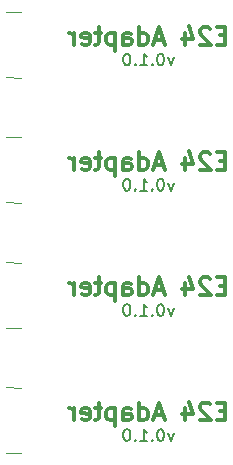
<source format=gbo>
G04 #@! TF.GenerationSoftware,KiCad,Pcbnew,8.0.8*
G04 #@! TF.CreationDate,2025-02-16T13:22:27-05:00*
G04 #@! TF.ProjectId,panel,70616e65-6c2e-46b6-9963-61645f706362,v0.1.0*
G04 #@! TF.SameCoordinates,Original*
G04 #@! TF.FileFunction,Legend,Bot*
G04 #@! TF.FilePolarity,Positive*
%FSLAX46Y46*%
G04 Gerber Fmt 4.6, Leading zero omitted, Abs format (unit mm)*
G04 Created by KiCad (PCBNEW 8.0.8) date 2025-02-16 13:22:27*
%MOMM*%
%LPD*%
G01*
G04 APERTURE LIST*
%ADD10C,0.200000*%
%ADD11C,0.300000*%
%ADD12C,0.100000*%
G04 APERTURE END LIST*
D10*
X23342856Y-34585552D02*
X23104761Y-35252219D01*
X23104761Y-35252219D02*
X22866666Y-34585552D01*
X22295237Y-34252219D02*
X22199999Y-34252219D01*
X22199999Y-34252219D02*
X22104761Y-34299838D01*
X22104761Y-34299838D02*
X22057142Y-34347457D01*
X22057142Y-34347457D02*
X22009523Y-34442695D01*
X22009523Y-34442695D02*
X21961904Y-34633171D01*
X21961904Y-34633171D02*
X21961904Y-34871266D01*
X21961904Y-34871266D02*
X22009523Y-35061742D01*
X22009523Y-35061742D02*
X22057142Y-35156980D01*
X22057142Y-35156980D02*
X22104761Y-35204600D01*
X22104761Y-35204600D02*
X22199999Y-35252219D01*
X22199999Y-35252219D02*
X22295237Y-35252219D01*
X22295237Y-35252219D02*
X22390475Y-35204600D01*
X22390475Y-35204600D02*
X22438094Y-35156980D01*
X22438094Y-35156980D02*
X22485713Y-35061742D01*
X22485713Y-35061742D02*
X22533332Y-34871266D01*
X22533332Y-34871266D02*
X22533332Y-34633171D01*
X22533332Y-34633171D02*
X22485713Y-34442695D01*
X22485713Y-34442695D02*
X22438094Y-34347457D01*
X22438094Y-34347457D02*
X22390475Y-34299838D01*
X22390475Y-34299838D02*
X22295237Y-34252219D01*
X21533332Y-35156980D02*
X21485713Y-35204600D01*
X21485713Y-35204600D02*
X21533332Y-35252219D01*
X21533332Y-35252219D02*
X21580951Y-35204600D01*
X21580951Y-35204600D02*
X21533332Y-35156980D01*
X21533332Y-35156980D02*
X21533332Y-35252219D01*
X20533333Y-35252219D02*
X21104761Y-35252219D01*
X20819047Y-35252219D02*
X20819047Y-34252219D01*
X20819047Y-34252219D02*
X20914285Y-34395076D01*
X20914285Y-34395076D02*
X21009523Y-34490314D01*
X21009523Y-34490314D02*
X21104761Y-34537933D01*
X20104761Y-35156980D02*
X20057142Y-35204600D01*
X20057142Y-35204600D02*
X20104761Y-35252219D01*
X20104761Y-35252219D02*
X20152380Y-35204600D01*
X20152380Y-35204600D02*
X20104761Y-35156980D01*
X20104761Y-35156980D02*
X20104761Y-35252219D01*
X19438095Y-34252219D02*
X19342857Y-34252219D01*
X19342857Y-34252219D02*
X19247619Y-34299838D01*
X19247619Y-34299838D02*
X19200000Y-34347457D01*
X19200000Y-34347457D02*
X19152381Y-34442695D01*
X19152381Y-34442695D02*
X19104762Y-34633171D01*
X19104762Y-34633171D02*
X19104762Y-34871266D01*
X19104762Y-34871266D02*
X19152381Y-35061742D01*
X19152381Y-35061742D02*
X19200000Y-35156980D01*
X19200000Y-35156980D02*
X19247619Y-35204600D01*
X19247619Y-35204600D02*
X19342857Y-35252219D01*
X19342857Y-35252219D02*
X19438095Y-35252219D01*
X19438095Y-35252219D02*
X19533333Y-35204600D01*
X19533333Y-35204600D02*
X19580952Y-35156980D01*
X19580952Y-35156980D02*
X19628571Y-35061742D01*
X19628571Y-35061742D02*
X19676190Y-34871266D01*
X19676190Y-34871266D02*
X19676190Y-34633171D01*
X19676190Y-34633171D02*
X19628571Y-34442695D01*
X19628571Y-34442695D02*
X19580952Y-34347457D01*
X19580952Y-34347457D02*
X19533333Y-34299838D01*
X19533333Y-34299838D02*
X19438095Y-34252219D01*
X23342856Y-13385552D02*
X23104761Y-14052219D01*
X23104761Y-14052219D02*
X22866666Y-13385552D01*
X22295237Y-13052219D02*
X22199999Y-13052219D01*
X22199999Y-13052219D02*
X22104761Y-13099838D01*
X22104761Y-13099838D02*
X22057142Y-13147457D01*
X22057142Y-13147457D02*
X22009523Y-13242695D01*
X22009523Y-13242695D02*
X21961904Y-13433171D01*
X21961904Y-13433171D02*
X21961904Y-13671266D01*
X21961904Y-13671266D02*
X22009523Y-13861742D01*
X22009523Y-13861742D02*
X22057142Y-13956980D01*
X22057142Y-13956980D02*
X22104761Y-14004600D01*
X22104761Y-14004600D02*
X22199999Y-14052219D01*
X22199999Y-14052219D02*
X22295237Y-14052219D01*
X22295237Y-14052219D02*
X22390475Y-14004600D01*
X22390475Y-14004600D02*
X22438094Y-13956980D01*
X22438094Y-13956980D02*
X22485713Y-13861742D01*
X22485713Y-13861742D02*
X22533332Y-13671266D01*
X22533332Y-13671266D02*
X22533332Y-13433171D01*
X22533332Y-13433171D02*
X22485713Y-13242695D01*
X22485713Y-13242695D02*
X22438094Y-13147457D01*
X22438094Y-13147457D02*
X22390475Y-13099838D01*
X22390475Y-13099838D02*
X22295237Y-13052219D01*
X21533332Y-13956980D02*
X21485713Y-14004600D01*
X21485713Y-14004600D02*
X21533332Y-14052219D01*
X21533332Y-14052219D02*
X21580951Y-14004600D01*
X21580951Y-14004600D02*
X21533332Y-13956980D01*
X21533332Y-13956980D02*
X21533332Y-14052219D01*
X20533333Y-14052219D02*
X21104761Y-14052219D01*
X20819047Y-14052219D02*
X20819047Y-13052219D01*
X20819047Y-13052219D02*
X20914285Y-13195076D01*
X20914285Y-13195076D02*
X21009523Y-13290314D01*
X21009523Y-13290314D02*
X21104761Y-13337933D01*
X20104761Y-13956980D02*
X20057142Y-14004600D01*
X20057142Y-14004600D02*
X20104761Y-14052219D01*
X20104761Y-14052219D02*
X20152380Y-14004600D01*
X20152380Y-14004600D02*
X20104761Y-13956980D01*
X20104761Y-13956980D02*
X20104761Y-14052219D01*
X19438095Y-13052219D02*
X19342857Y-13052219D01*
X19342857Y-13052219D02*
X19247619Y-13099838D01*
X19247619Y-13099838D02*
X19200000Y-13147457D01*
X19200000Y-13147457D02*
X19152381Y-13242695D01*
X19152381Y-13242695D02*
X19104762Y-13433171D01*
X19104762Y-13433171D02*
X19104762Y-13671266D01*
X19104762Y-13671266D02*
X19152381Y-13861742D01*
X19152381Y-13861742D02*
X19200000Y-13956980D01*
X19200000Y-13956980D02*
X19247619Y-14004600D01*
X19247619Y-14004600D02*
X19342857Y-14052219D01*
X19342857Y-14052219D02*
X19438095Y-14052219D01*
X19438095Y-14052219D02*
X19533333Y-14004600D01*
X19533333Y-14004600D02*
X19580952Y-13956980D01*
X19580952Y-13956980D02*
X19628571Y-13861742D01*
X19628571Y-13861742D02*
X19676190Y-13671266D01*
X19676190Y-13671266D02*
X19676190Y-13433171D01*
X19676190Y-13433171D02*
X19628571Y-13242695D01*
X19628571Y-13242695D02*
X19580952Y-13147457D01*
X19580952Y-13147457D02*
X19533333Y-13099838D01*
X19533333Y-13099838D02*
X19438095Y-13052219D01*
D11*
X27735713Y-11515114D02*
X27235713Y-11515114D01*
X27021427Y-12300828D02*
X27735713Y-12300828D01*
X27735713Y-12300828D02*
X27735713Y-10800828D01*
X27735713Y-10800828D02*
X27021427Y-10800828D01*
X26449998Y-10943685D02*
X26378570Y-10872257D01*
X26378570Y-10872257D02*
X26235713Y-10800828D01*
X26235713Y-10800828D02*
X25878570Y-10800828D01*
X25878570Y-10800828D02*
X25735713Y-10872257D01*
X25735713Y-10872257D02*
X25664284Y-10943685D01*
X25664284Y-10943685D02*
X25592855Y-11086542D01*
X25592855Y-11086542D02*
X25592855Y-11229400D01*
X25592855Y-11229400D02*
X25664284Y-11443685D01*
X25664284Y-11443685D02*
X26521427Y-12300828D01*
X26521427Y-12300828D02*
X25592855Y-12300828D01*
X24307142Y-11300828D02*
X24307142Y-12300828D01*
X24664284Y-10729400D02*
X25021427Y-11800828D01*
X25021427Y-11800828D02*
X24092856Y-11800828D01*
X22449999Y-11872257D02*
X21735714Y-11872257D01*
X22592856Y-12300828D02*
X22092856Y-10800828D01*
X22092856Y-10800828D02*
X21592856Y-12300828D01*
X20450000Y-12300828D02*
X20450000Y-10800828D01*
X20450000Y-12229400D02*
X20592857Y-12300828D01*
X20592857Y-12300828D02*
X20878571Y-12300828D01*
X20878571Y-12300828D02*
X21021428Y-12229400D01*
X21021428Y-12229400D02*
X21092857Y-12157971D01*
X21092857Y-12157971D02*
X21164285Y-12015114D01*
X21164285Y-12015114D02*
X21164285Y-11586542D01*
X21164285Y-11586542D02*
X21092857Y-11443685D01*
X21092857Y-11443685D02*
X21021428Y-11372257D01*
X21021428Y-11372257D02*
X20878571Y-11300828D01*
X20878571Y-11300828D02*
X20592857Y-11300828D01*
X20592857Y-11300828D02*
X20450000Y-11372257D01*
X19092857Y-12300828D02*
X19092857Y-11515114D01*
X19092857Y-11515114D02*
X19164285Y-11372257D01*
X19164285Y-11372257D02*
X19307142Y-11300828D01*
X19307142Y-11300828D02*
X19592857Y-11300828D01*
X19592857Y-11300828D02*
X19735714Y-11372257D01*
X19092857Y-12229400D02*
X19235714Y-12300828D01*
X19235714Y-12300828D02*
X19592857Y-12300828D01*
X19592857Y-12300828D02*
X19735714Y-12229400D01*
X19735714Y-12229400D02*
X19807142Y-12086542D01*
X19807142Y-12086542D02*
X19807142Y-11943685D01*
X19807142Y-11943685D02*
X19735714Y-11800828D01*
X19735714Y-11800828D02*
X19592857Y-11729400D01*
X19592857Y-11729400D02*
X19235714Y-11729400D01*
X19235714Y-11729400D02*
X19092857Y-11657971D01*
X18378571Y-11300828D02*
X18378571Y-12800828D01*
X18378571Y-11372257D02*
X18235714Y-11300828D01*
X18235714Y-11300828D02*
X17949999Y-11300828D01*
X17949999Y-11300828D02*
X17807142Y-11372257D01*
X17807142Y-11372257D02*
X17735714Y-11443685D01*
X17735714Y-11443685D02*
X17664285Y-11586542D01*
X17664285Y-11586542D02*
X17664285Y-12015114D01*
X17664285Y-12015114D02*
X17735714Y-12157971D01*
X17735714Y-12157971D02*
X17807142Y-12229400D01*
X17807142Y-12229400D02*
X17949999Y-12300828D01*
X17949999Y-12300828D02*
X18235714Y-12300828D01*
X18235714Y-12300828D02*
X18378571Y-12229400D01*
X17235713Y-11300828D02*
X16664285Y-11300828D01*
X17021428Y-10800828D02*
X17021428Y-12086542D01*
X17021428Y-12086542D02*
X16949999Y-12229400D01*
X16949999Y-12229400D02*
X16807142Y-12300828D01*
X16807142Y-12300828D02*
X16664285Y-12300828D01*
X15592856Y-12229400D02*
X15735713Y-12300828D01*
X15735713Y-12300828D02*
X16021428Y-12300828D01*
X16021428Y-12300828D02*
X16164285Y-12229400D01*
X16164285Y-12229400D02*
X16235713Y-12086542D01*
X16235713Y-12086542D02*
X16235713Y-11515114D01*
X16235713Y-11515114D02*
X16164285Y-11372257D01*
X16164285Y-11372257D02*
X16021428Y-11300828D01*
X16021428Y-11300828D02*
X15735713Y-11300828D01*
X15735713Y-11300828D02*
X15592856Y-11372257D01*
X15592856Y-11372257D02*
X15521428Y-11515114D01*
X15521428Y-11515114D02*
X15521428Y-11657971D01*
X15521428Y-11657971D02*
X16235713Y-11800828D01*
X14878571Y-12300828D02*
X14878571Y-11300828D01*
X14878571Y-11586542D02*
X14807142Y-11443685D01*
X14807142Y-11443685D02*
X14735714Y-11372257D01*
X14735714Y-11372257D02*
X14592856Y-11300828D01*
X14592856Y-11300828D02*
X14449999Y-11300828D01*
D10*
X23342856Y-45185552D02*
X23104761Y-45852219D01*
X23104761Y-45852219D02*
X22866666Y-45185552D01*
X22295237Y-44852219D02*
X22199999Y-44852219D01*
X22199999Y-44852219D02*
X22104761Y-44899838D01*
X22104761Y-44899838D02*
X22057142Y-44947457D01*
X22057142Y-44947457D02*
X22009523Y-45042695D01*
X22009523Y-45042695D02*
X21961904Y-45233171D01*
X21961904Y-45233171D02*
X21961904Y-45471266D01*
X21961904Y-45471266D02*
X22009523Y-45661742D01*
X22009523Y-45661742D02*
X22057142Y-45756980D01*
X22057142Y-45756980D02*
X22104761Y-45804600D01*
X22104761Y-45804600D02*
X22199999Y-45852219D01*
X22199999Y-45852219D02*
X22295237Y-45852219D01*
X22295237Y-45852219D02*
X22390475Y-45804600D01*
X22390475Y-45804600D02*
X22438094Y-45756980D01*
X22438094Y-45756980D02*
X22485713Y-45661742D01*
X22485713Y-45661742D02*
X22533332Y-45471266D01*
X22533332Y-45471266D02*
X22533332Y-45233171D01*
X22533332Y-45233171D02*
X22485713Y-45042695D01*
X22485713Y-45042695D02*
X22438094Y-44947457D01*
X22438094Y-44947457D02*
X22390475Y-44899838D01*
X22390475Y-44899838D02*
X22295237Y-44852219D01*
X21533332Y-45756980D02*
X21485713Y-45804600D01*
X21485713Y-45804600D02*
X21533332Y-45852219D01*
X21533332Y-45852219D02*
X21580951Y-45804600D01*
X21580951Y-45804600D02*
X21533332Y-45756980D01*
X21533332Y-45756980D02*
X21533332Y-45852219D01*
X20533333Y-45852219D02*
X21104761Y-45852219D01*
X20819047Y-45852219D02*
X20819047Y-44852219D01*
X20819047Y-44852219D02*
X20914285Y-44995076D01*
X20914285Y-44995076D02*
X21009523Y-45090314D01*
X21009523Y-45090314D02*
X21104761Y-45137933D01*
X20104761Y-45756980D02*
X20057142Y-45804600D01*
X20057142Y-45804600D02*
X20104761Y-45852219D01*
X20104761Y-45852219D02*
X20152380Y-45804600D01*
X20152380Y-45804600D02*
X20104761Y-45756980D01*
X20104761Y-45756980D02*
X20104761Y-45852219D01*
X19438095Y-44852219D02*
X19342857Y-44852219D01*
X19342857Y-44852219D02*
X19247619Y-44899838D01*
X19247619Y-44899838D02*
X19200000Y-44947457D01*
X19200000Y-44947457D02*
X19152381Y-45042695D01*
X19152381Y-45042695D02*
X19104762Y-45233171D01*
X19104762Y-45233171D02*
X19104762Y-45471266D01*
X19104762Y-45471266D02*
X19152381Y-45661742D01*
X19152381Y-45661742D02*
X19200000Y-45756980D01*
X19200000Y-45756980D02*
X19247619Y-45804600D01*
X19247619Y-45804600D02*
X19342857Y-45852219D01*
X19342857Y-45852219D02*
X19438095Y-45852219D01*
X19438095Y-45852219D02*
X19533333Y-45804600D01*
X19533333Y-45804600D02*
X19580952Y-45756980D01*
X19580952Y-45756980D02*
X19628571Y-45661742D01*
X19628571Y-45661742D02*
X19676190Y-45471266D01*
X19676190Y-45471266D02*
X19676190Y-45233171D01*
X19676190Y-45233171D02*
X19628571Y-45042695D01*
X19628571Y-45042695D02*
X19580952Y-44947457D01*
X19580952Y-44947457D02*
X19533333Y-44899838D01*
X19533333Y-44899838D02*
X19438095Y-44852219D01*
X23342856Y-23985552D02*
X23104761Y-24652219D01*
X23104761Y-24652219D02*
X22866666Y-23985552D01*
X22295237Y-23652219D02*
X22199999Y-23652219D01*
X22199999Y-23652219D02*
X22104761Y-23699838D01*
X22104761Y-23699838D02*
X22057142Y-23747457D01*
X22057142Y-23747457D02*
X22009523Y-23842695D01*
X22009523Y-23842695D02*
X21961904Y-24033171D01*
X21961904Y-24033171D02*
X21961904Y-24271266D01*
X21961904Y-24271266D02*
X22009523Y-24461742D01*
X22009523Y-24461742D02*
X22057142Y-24556980D01*
X22057142Y-24556980D02*
X22104761Y-24604600D01*
X22104761Y-24604600D02*
X22199999Y-24652219D01*
X22199999Y-24652219D02*
X22295237Y-24652219D01*
X22295237Y-24652219D02*
X22390475Y-24604600D01*
X22390475Y-24604600D02*
X22438094Y-24556980D01*
X22438094Y-24556980D02*
X22485713Y-24461742D01*
X22485713Y-24461742D02*
X22533332Y-24271266D01*
X22533332Y-24271266D02*
X22533332Y-24033171D01*
X22533332Y-24033171D02*
X22485713Y-23842695D01*
X22485713Y-23842695D02*
X22438094Y-23747457D01*
X22438094Y-23747457D02*
X22390475Y-23699838D01*
X22390475Y-23699838D02*
X22295237Y-23652219D01*
X21533332Y-24556980D02*
X21485713Y-24604600D01*
X21485713Y-24604600D02*
X21533332Y-24652219D01*
X21533332Y-24652219D02*
X21580951Y-24604600D01*
X21580951Y-24604600D02*
X21533332Y-24556980D01*
X21533332Y-24556980D02*
X21533332Y-24652219D01*
X20533333Y-24652219D02*
X21104761Y-24652219D01*
X20819047Y-24652219D02*
X20819047Y-23652219D01*
X20819047Y-23652219D02*
X20914285Y-23795076D01*
X20914285Y-23795076D02*
X21009523Y-23890314D01*
X21009523Y-23890314D02*
X21104761Y-23937933D01*
X20104761Y-24556980D02*
X20057142Y-24604600D01*
X20057142Y-24604600D02*
X20104761Y-24652219D01*
X20104761Y-24652219D02*
X20152380Y-24604600D01*
X20152380Y-24604600D02*
X20104761Y-24556980D01*
X20104761Y-24556980D02*
X20104761Y-24652219D01*
X19438095Y-23652219D02*
X19342857Y-23652219D01*
X19342857Y-23652219D02*
X19247619Y-23699838D01*
X19247619Y-23699838D02*
X19200000Y-23747457D01*
X19200000Y-23747457D02*
X19152381Y-23842695D01*
X19152381Y-23842695D02*
X19104762Y-24033171D01*
X19104762Y-24033171D02*
X19104762Y-24271266D01*
X19104762Y-24271266D02*
X19152381Y-24461742D01*
X19152381Y-24461742D02*
X19200000Y-24556980D01*
X19200000Y-24556980D02*
X19247619Y-24604600D01*
X19247619Y-24604600D02*
X19342857Y-24652219D01*
X19342857Y-24652219D02*
X19438095Y-24652219D01*
X19438095Y-24652219D02*
X19533333Y-24604600D01*
X19533333Y-24604600D02*
X19580952Y-24556980D01*
X19580952Y-24556980D02*
X19628571Y-24461742D01*
X19628571Y-24461742D02*
X19676190Y-24271266D01*
X19676190Y-24271266D02*
X19676190Y-24033171D01*
X19676190Y-24033171D02*
X19628571Y-23842695D01*
X19628571Y-23842695D02*
X19580952Y-23747457D01*
X19580952Y-23747457D02*
X19533333Y-23699838D01*
X19533333Y-23699838D02*
X19438095Y-23652219D01*
D11*
X27735713Y-22115114D02*
X27235713Y-22115114D01*
X27021427Y-22900828D02*
X27735713Y-22900828D01*
X27735713Y-22900828D02*
X27735713Y-21400828D01*
X27735713Y-21400828D02*
X27021427Y-21400828D01*
X26449998Y-21543685D02*
X26378570Y-21472257D01*
X26378570Y-21472257D02*
X26235713Y-21400828D01*
X26235713Y-21400828D02*
X25878570Y-21400828D01*
X25878570Y-21400828D02*
X25735713Y-21472257D01*
X25735713Y-21472257D02*
X25664284Y-21543685D01*
X25664284Y-21543685D02*
X25592855Y-21686542D01*
X25592855Y-21686542D02*
X25592855Y-21829400D01*
X25592855Y-21829400D02*
X25664284Y-22043685D01*
X25664284Y-22043685D02*
X26521427Y-22900828D01*
X26521427Y-22900828D02*
X25592855Y-22900828D01*
X24307142Y-21900828D02*
X24307142Y-22900828D01*
X24664284Y-21329400D02*
X25021427Y-22400828D01*
X25021427Y-22400828D02*
X24092856Y-22400828D01*
X22449999Y-22472257D02*
X21735714Y-22472257D01*
X22592856Y-22900828D02*
X22092856Y-21400828D01*
X22092856Y-21400828D02*
X21592856Y-22900828D01*
X20450000Y-22900828D02*
X20450000Y-21400828D01*
X20450000Y-22829400D02*
X20592857Y-22900828D01*
X20592857Y-22900828D02*
X20878571Y-22900828D01*
X20878571Y-22900828D02*
X21021428Y-22829400D01*
X21021428Y-22829400D02*
X21092857Y-22757971D01*
X21092857Y-22757971D02*
X21164285Y-22615114D01*
X21164285Y-22615114D02*
X21164285Y-22186542D01*
X21164285Y-22186542D02*
X21092857Y-22043685D01*
X21092857Y-22043685D02*
X21021428Y-21972257D01*
X21021428Y-21972257D02*
X20878571Y-21900828D01*
X20878571Y-21900828D02*
X20592857Y-21900828D01*
X20592857Y-21900828D02*
X20450000Y-21972257D01*
X19092857Y-22900828D02*
X19092857Y-22115114D01*
X19092857Y-22115114D02*
X19164285Y-21972257D01*
X19164285Y-21972257D02*
X19307142Y-21900828D01*
X19307142Y-21900828D02*
X19592857Y-21900828D01*
X19592857Y-21900828D02*
X19735714Y-21972257D01*
X19092857Y-22829400D02*
X19235714Y-22900828D01*
X19235714Y-22900828D02*
X19592857Y-22900828D01*
X19592857Y-22900828D02*
X19735714Y-22829400D01*
X19735714Y-22829400D02*
X19807142Y-22686542D01*
X19807142Y-22686542D02*
X19807142Y-22543685D01*
X19807142Y-22543685D02*
X19735714Y-22400828D01*
X19735714Y-22400828D02*
X19592857Y-22329400D01*
X19592857Y-22329400D02*
X19235714Y-22329400D01*
X19235714Y-22329400D02*
X19092857Y-22257971D01*
X18378571Y-21900828D02*
X18378571Y-23400828D01*
X18378571Y-21972257D02*
X18235714Y-21900828D01*
X18235714Y-21900828D02*
X17949999Y-21900828D01*
X17949999Y-21900828D02*
X17807142Y-21972257D01*
X17807142Y-21972257D02*
X17735714Y-22043685D01*
X17735714Y-22043685D02*
X17664285Y-22186542D01*
X17664285Y-22186542D02*
X17664285Y-22615114D01*
X17664285Y-22615114D02*
X17735714Y-22757971D01*
X17735714Y-22757971D02*
X17807142Y-22829400D01*
X17807142Y-22829400D02*
X17949999Y-22900828D01*
X17949999Y-22900828D02*
X18235714Y-22900828D01*
X18235714Y-22900828D02*
X18378571Y-22829400D01*
X17235713Y-21900828D02*
X16664285Y-21900828D01*
X17021428Y-21400828D02*
X17021428Y-22686542D01*
X17021428Y-22686542D02*
X16949999Y-22829400D01*
X16949999Y-22829400D02*
X16807142Y-22900828D01*
X16807142Y-22900828D02*
X16664285Y-22900828D01*
X15592856Y-22829400D02*
X15735713Y-22900828D01*
X15735713Y-22900828D02*
X16021428Y-22900828D01*
X16021428Y-22900828D02*
X16164285Y-22829400D01*
X16164285Y-22829400D02*
X16235713Y-22686542D01*
X16235713Y-22686542D02*
X16235713Y-22115114D01*
X16235713Y-22115114D02*
X16164285Y-21972257D01*
X16164285Y-21972257D02*
X16021428Y-21900828D01*
X16021428Y-21900828D02*
X15735713Y-21900828D01*
X15735713Y-21900828D02*
X15592856Y-21972257D01*
X15592856Y-21972257D02*
X15521428Y-22115114D01*
X15521428Y-22115114D02*
X15521428Y-22257971D01*
X15521428Y-22257971D02*
X16235713Y-22400828D01*
X14878571Y-22900828D02*
X14878571Y-21900828D01*
X14878571Y-22186542D02*
X14807142Y-22043685D01*
X14807142Y-22043685D02*
X14735714Y-21972257D01*
X14735714Y-21972257D02*
X14592856Y-21900828D01*
X14592856Y-21900828D02*
X14449999Y-21900828D01*
X27735713Y-32715114D02*
X27235713Y-32715114D01*
X27021427Y-33500828D02*
X27735713Y-33500828D01*
X27735713Y-33500828D02*
X27735713Y-32000828D01*
X27735713Y-32000828D02*
X27021427Y-32000828D01*
X26449998Y-32143685D02*
X26378570Y-32072257D01*
X26378570Y-32072257D02*
X26235713Y-32000828D01*
X26235713Y-32000828D02*
X25878570Y-32000828D01*
X25878570Y-32000828D02*
X25735713Y-32072257D01*
X25735713Y-32072257D02*
X25664284Y-32143685D01*
X25664284Y-32143685D02*
X25592855Y-32286542D01*
X25592855Y-32286542D02*
X25592855Y-32429400D01*
X25592855Y-32429400D02*
X25664284Y-32643685D01*
X25664284Y-32643685D02*
X26521427Y-33500828D01*
X26521427Y-33500828D02*
X25592855Y-33500828D01*
X24307142Y-32500828D02*
X24307142Y-33500828D01*
X24664284Y-31929400D02*
X25021427Y-33000828D01*
X25021427Y-33000828D02*
X24092856Y-33000828D01*
X22449999Y-33072257D02*
X21735714Y-33072257D01*
X22592856Y-33500828D02*
X22092856Y-32000828D01*
X22092856Y-32000828D02*
X21592856Y-33500828D01*
X20450000Y-33500828D02*
X20450000Y-32000828D01*
X20450000Y-33429400D02*
X20592857Y-33500828D01*
X20592857Y-33500828D02*
X20878571Y-33500828D01*
X20878571Y-33500828D02*
X21021428Y-33429400D01*
X21021428Y-33429400D02*
X21092857Y-33357971D01*
X21092857Y-33357971D02*
X21164285Y-33215114D01*
X21164285Y-33215114D02*
X21164285Y-32786542D01*
X21164285Y-32786542D02*
X21092857Y-32643685D01*
X21092857Y-32643685D02*
X21021428Y-32572257D01*
X21021428Y-32572257D02*
X20878571Y-32500828D01*
X20878571Y-32500828D02*
X20592857Y-32500828D01*
X20592857Y-32500828D02*
X20450000Y-32572257D01*
X19092857Y-33500828D02*
X19092857Y-32715114D01*
X19092857Y-32715114D02*
X19164285Y-32572257D01*
X19164285Y-32572257D02*
X19307142Y-32500828D01*
X19307142Y-32500828D02*
X19592857Y-32500828D01*
X19592857Y-32500828D02*
X19735714Y-32572257D01*
X19092857Y-33429400D02*
X19235714Y-33500828D01*
X19235714Y-33500828D02*
X19592857Y-33500828D01*
X19592857Y-33500828D02*
X19735714Y-33429400D01*
X19735714Y-33429400D02*
X19807142Y-33286542D01*
X19807142Y-33286542D02*
X19807142Y-33143685D01*
X19807142Y-33143685D02*
X19735714Y-33000828D01*
X19735714Y-33000828D02*
X19592857Y-32929400D01*
X19592857Y-32929400D02*
X19235714Y-32929400D01*
X19235714Y-32929400D02*
X19092857Y-32857971D01*
X18378571Y-32500828D02*
X18378571Y-34000828D01*
X18378571Y-32572257D02*
X18235714Y-32500828D01*
X18235714Y-32500828D02*
X17949999Y-32500828D01*
X17949999Y-32500828D02*
X17807142Y-32572257D01*
X17807142Y-32572257D02*
X17735714Y-32643685D01*
X17735714Y-32643685D02*
X17664285Y-32786542D01*
X17664285Y-32786542D02*
X17664285Y-33215114D01*
X17664285Y-33215114D02*
X17735714Y-33357971D01*
X17735714Y-33357971D02*
X17807142Y-33429400D01*
X17807142Y-33429400D02*
X17949999Y-33500828D01*
X17949999Y-33500828D02*
X18235714Y-33500828D01*
X18235714Y-33500828D02*
X18378571Y-33429400D01*
X17235713Y-32500828D02*
X16664285Y-32500828D01*
X17021428Y-32000828D02*
X17021428Y-33286542D01*
X17021428Y-33286542D02*
X16949999Y-33429400D01*
X16949999Y-33429400D02*
X16807142Y-33500828D01*
X16807142Y-33500828D02*
X16664285Y-33500828D01*
X15592856Y-33429400D02*
X15735713Y-33500828D01*
X15735713Y-33500828D02*
X16021428Y-33500828D01*
X16021428Y-33500828D02*
X16164285Y-33429400D01*
X16164285Y-33429400D02*
X16235713Y-33286542D01*
X16235713Y-33286542D02*
X16235713Y-32715114D01*
X16235713Y-32715114D02*
X16164285Y-32572257D01*
X16164285Y-32572257D02*
X16021428Y-32500828D01*
X16021428Y-32500828D02*
X15735713Y-32500828D01*
X15735713Y-32500828D02*
X15592856Y-32572257D01*
X15592856Y-32572257D02*
X15521428Y-32715114D01*
X15521428Y-32715114D02*
X15521428Y-32857971D01*
X15521428Y-32857971D02*
X16235713Y-33000828D01*
X14878571Y-33500828D02*
X14878571Y-32500828D01*
X14878571Y-32786542D02*
X14807142Y-32643685D01*
X14807142Y-32643685D02*
X14735714Y-32572257D01*
X14735714Y-32572257D02*
X14592856Y-32500828D01*
X14592856Y-32500828D02*
X14449999Y-32500828D01*
X27735713Y-43315114D02*
X27235713Y-43315114D01*
X27021427Y-44100828D02*
X27735713Y-44100828D01*
X27735713Y-44100828D02*
X27735713Y-42600828D01*
X27735713Y-42600828D02*
X27021427Y-42600828D01*
X26449998Y-42743685D02*
X26378570Y-42672257D01*
X26378570Y-42672257D02*
X26235713Y-42600828D01*
X26235713Y-42600828D02*
X25878570Y-42600828D01*
X25878570Y-42600828D02*
X25735713Y-42672257D01*
X25735713Y-42672257D02*
X25664284Y-42743685D01*
X25664284Y-42743685D02*
X25592855Y-42886542D01*
X25592855Y-42886542D02*
X25592855Y-43029400D01*
X25592855Y-43029400D02*
X25664284Y-43243685D01*
X25664284Y-43243685D02*
X26521427Y-44100828D01*
X26521427Y-44100828D02*
X25592855Y-44100828D01*
X24307142Y-43100828D02*
X24307142Y-44100828D01*
X24664284Y-42529400D02*
X25021427Y-43600828D01*
X25021427Y-43600828D02*
X24092856Y-43600828D01*
X22449999Y-43672257D02*
X21735714Y-43672257D01*
X22592856Y-44100828D02*
X22092856Y-42600828D01*
X22092856Y-42600828D02*
X21592856Y-44100828D01*
X20450000Y-44100828D02*
X20450000Y-42600828D01*
X20450000Y-44029400D02*
X20592857Y-44100828D01*
X20592857Y-44100828D02*
X20878571Y-44100828D01*
X20878571Y-44100828D02*
X21021428Y-44029400D01*
X21021428Y-44029400D02*
X21092857Y-43957971D01*
X21092857Y-43957971D02*
X21164285Y-43815114D01*
X21164285Y-43815114D02*
X21164285Y-43386542D01*
X21164285Y-43386542D02*
X21092857Y-43243685D01*
X21092857Y-43243685D02*
X21021428Y-43172257D01*
X21021428Y-43172257D02*
X20878571Y-43100828D01*
X20878571Y-43100828D02*
X20592857Y-43100828D01*
X20592857Y-43100828D02*
X20450000Y-43172257D01*
X19092857Y-44100828D02*
X19092857Y-43315114D01*
X19092857Y-43315114D02*
X19164285Y-43172257D01*
X19164285Y-43172257D02*
X19307142Y-43100828D01*
X19307142Y-43100828D02*
X19592857Y-43100828D01*
X19592857Y-43100828D02*
X19735714Y-43172257D01*
X19092857Y-44029400D02*
X19235714Y-44100828D01*
X19235714Y-44100828D02*
X19592857Y-44100828D01*
X19592857Y-44100828D02*
X19735714Y-44029400D01*
X19735714Y-44029400D02*
X19807142Y-43886542D01*
X19807142Y-43886542D02*
X19807142Y-43743685D01*
X19807142Y-43743685D02*
X19735714Y-43600828D01*
X19735714Y-43600828D02*
X19592857Y-43529400D01*
X19592857Y-43529400D02*
X19235714Y-43529400D01*
X19235714Y-43529400D02*
X19092857Y-43457971D01*
X18378571Y-43100828D02*
X18378571Y-44600828D01*
X18378571Y-43172257D02*
X18235714Y-43100828D01*
X18235714Y-43100828D02*
X17949999Y-43100828D01*
X17949999Y-43100828D02*
X17807142Y-43172257D01*
X17807142Y-43172257D02*
X17735714Y-43243685D01*
X17735714Y-43243685D02*
X17664285Y-43386542D01*
X17664285Y-43386542D02*
X17664285Y-43815114D01*
X17664285Y-43815114D02*
X17735714Y-43957971D01*
X17735714Y-43957971D02*
X17807142Y-44029400D01*
X17807142Y-44029400D02*
X17949999Y-44100828D01*
X17949999Y-44100828D02*
X18235714Y-44100828D01*
X18235714Y-44100828D02*
X18378571Y-44029400D01*
X17235713Y-43100828D02*
X16664285Y-43100828D01*
X17021428Y-42600828D02*
X17021428Y-43886542D01*
X17021428Y-43886542D02*
X16949999Y-44029400D01*
X16949999Y-44029400D02*
X16807142Y-44100828D01*
X16807142Y-44100828D02*
X16664285Y-44100828D01*
X15592856Y-44029400D02*
X15735713Y-44100828D01*
X15735713Y-44100828D02*
X16021428Y-44100828D01*
X16021428Y-44100828D02*
X16164285Y-44029400D01*
X16164285Y-44029400D02*
X16235713Y-43886542D01*
X16235713Y-43886542D02*
X16235713Y-43315114D01*
X16235713Y-43315114D02*
X16164285Y-43172257D01*
X16164285Y-43172257D02*
X16021428Y-43100828D01*
X16021428Y-43100828D02*
X15735713Y-43100828D01*
X15735713Y-43100828D02*
X15592856Y-43172257D01*
X15592856Y-43172257D02*
X15521428Y-43315114D01*
X15521428Y-43315114D02*
X15521428Y-43457971D01*
X15521428Y-43457971D02*
X16235713Y-43600828D01*
X14878571Y-44100828D02*
X14878571Y-43100828D01*
X14878571Y-43386542D02*
X14807142Y-43243685D01*
X14807142Y-43243685D02*
X14735714Y-43172257D01*
X14735714Y-43172257D02*
X14592856Y-43100828D01*
X14592856Y-43100828D02*
X14449999Y-43100828D01*
D12*
G04 #@! TO.C,J1*
X9170000Y-41300000D02*
X10430000Y-41345000D01*
X9170000Y-46855000D02*
X10430000Y-46900000D01*
X9170000Y-9500000D02*
X10430000Y-9545000D01*
X9170000Y-15055000D02*
X10430000Y-15100000D01*
X9170000Y-30700000D02*
X10430000Y-30745000D01*
X9170000Y-36255000D02*
X10430000Y-36300000D01*
X9170000Y-20100000D02*
X10430000Y-20145000D01*
X9170000Y-25655000D02*
X10430000Y-25700000D01*
G04 #@! TD*
M02*

</source>
